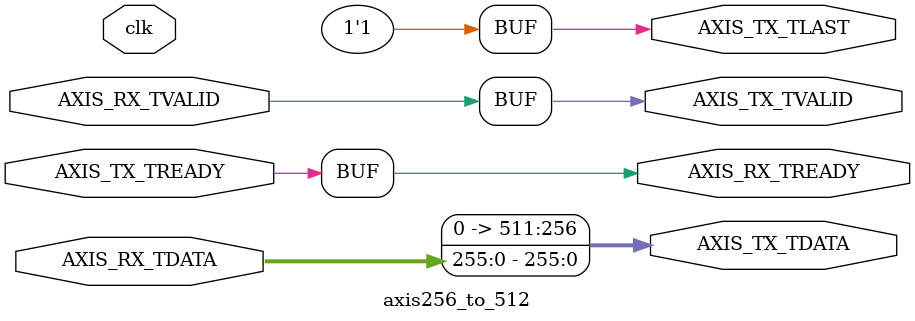
<source format=v>


//===================================================================================================
//                            ------->  Revision History  <------
//===================================================================================================
//
//   Date     Who   Ver  Changes
//===================================================================================================
// 14-Feb-22  DWW  1000  Initial creation
//===================================================================================================


module axis256_to_512
(
    input clk,

    //========================  AXI Stream interface for the input side  ============================
    input[255:0]    AXIS_RX_TDATA,
    input           AXIS_RX_TVALID,
    output          AXIS_RX_TREADY,
    //===============================================================================================


    //========================  AXI Stream interface for the output side  ===========================
    output[511:0]  AXIS_TX_TDATA,
    output         AXIS_TX_TVALID,
    output         AXIS_TX_TLAST,
    input          AXIS_TX_TREADY
    //===============================================================================================

);

assign  AXIS_TX_TDATA[255:0]   = AXIS_RX_TDATA[255:0];
assign  AXIS_TX_TDATA[511:256] = 0;
assign  AXIS_TX_TVALID         = AXIS_RX_TVALID;
assign  AXIS_TX_TLAST          = 1;
assign  AXIS_RX_TREADY         = AXIS_TX_TREADY;

endmodule
</source>
